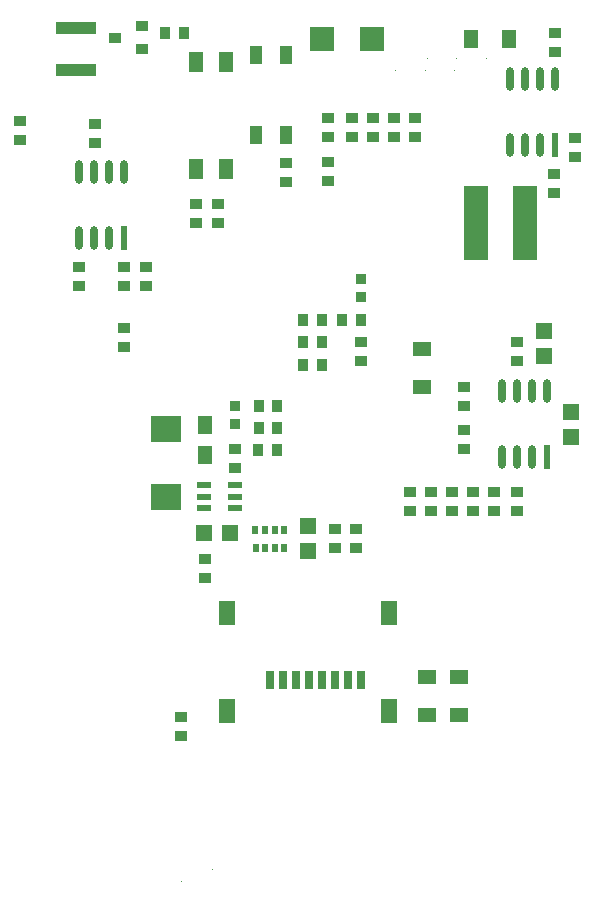
<source format=gbp>
%FSLAX44Y44*%
%MOMM*%
G71*
G01*
G75*
G04 Layer_Color=128*
%ADD10R,0.8000X1.5000*%
%ADD11R,1.5000X1.0000*%
%ADD12R,1.0160X0.8890*%
%ADD13R,0.3000X1.3500*%
%ADD14R,0.2500X1.3500*%
%ADD15R,3.0000X2.1000*%
%ADD16R,2.1000X0.8000*%
%ADD17R,2.1844X2.4130*%
%ADD18R,0.3000X1.1000*%
%ADD19R,0.8128X1.0668*%
%ADD20R,0.8000X1.6000*%
%ADD21R,2.1000X3.0000*%
%ADD22R,0.8000X2.1000*%
%ADD23R,1.2954X1.1938*%
%ADD24R,0.8890X1.0160*%
%ADD25R,0.7000X0.6000*%
%ADD26R,1.3970X1.3970*%
%ADD27C,0.6000*%
%ADD28C,0.2540*%
%ADD29C,0.5000*%
%ADD30C,1.0000*%
%ADD31C,0.0254*%
%ADD32C,0.0254*%
G04:AMPARAMS|DCode=33|XSize=4mm|YSize=4mm|CornerRadius=2mm|HoleSize=0mm|Usage=FLASHONLY|Rotation=0.000|XOffset=0mm|YOffset=0mm|HoleType=Round|Shape=RoundedRectangle|*
%AMROUNDEDRECTD33*
21,1,4.0000,0.0000,0,0,0.0*
21,1,0.0000,4.0000,0,0,0.0*
1,1,4.0000,0.0000,0.0000*
1,1,4.0000,0.0000,0.0000*
1,1,4.0000,0.0000,0.0000*
1,1,4.0000,0.0000,0.0000*
%
%ADD33ROUNDEDRECTD33*%
%ADD34C,0.4500*%
%ADD35R,0.8128X0.8128*%
%ADD36R,1.2700X0.5080*%
%ADD37R,0.5000X0.8000*%
%ADD38R,1.3970X1.3970*%
%ADD39R,0.8000X1.5000*%
%ADD40R,1.4500X2.0000*%
%ADD41R,0.6096X2.0320*%
%ADD42O,0.6096X2.0320*%
%ADD43R,1.2000X1.8000*%
%ADD44R,1.0000X1.6000*%
%ADD45R,2.0000X2.0000*%
%ADD46R,2.5000X2.2000*%
%ADD47R,1.2954X1.6002*%
%ADD48R,1.6000X1.2000*%
%ADD49R,1.0668X0.8128*%
%ADD50R,3.5000X1.0000*%
%ADD51R,1.2000X1.6000*%
%ADD52R,2.1500X6.3000*%
%ADD53C,0.8000*%
%ADD54C,0.1200*%
%ADD55C,0.1000*%
%ADD56C,0.1501*%
%ADD57C,0.1500*%
%ADD58C,0.1250*%
%ADD59C,0.2032*%
%ADD60R,1.0032X1.7032*%
%ADD61R,1.7032X1.2032*%
%ADD62R,1.2192X1.0922*%
%ADD63R,0.5032X1.5532*%
%ADD64R,0.4532X1.5532*%
%ADD65R,3.2032X2.3032*%
%ADD66R,2.3032X1.0032*%
%ADD67R,2.3876X2.6162*%
%ADD68R,0.5032X1.3032*%
%ADD69R,1.0160X1.2700*%
%ADD70R,1.0032X1.8032*%
%ADD71R,2.3032X3.2032*%
%ADD72R,1.0032X2.3032*%
%ADD73R,1.4986X1.3970*%
%ADD74R,1.0922X1.2192*%
%ADD75R,0.9032X0.8032*%
%ADD76R,1.6002X1.6002*%
%ADD77C,0.2286*%
G04:AMPARAMS|DCode=78|XSize=4.2032mm|YSize=4.2032mm|CornerRadius=2.1016mm|HoleSize=0mm|Usage=FLASHONLY|Rotation=0.000|XOffset=0mm|YOffset=0mm|HoleType=Round|Shape=RoundedRectangle|*
%AMROUNDEDRECTD78*
21,1,4.2032,0.0000,0,0,0.0*
21,1,0.0000,4.2032,0,0,0.0*
1,1,4.2032,0.0000,0.0000*
1,1,4.2032,0.0000,0.0000*
1,1,4.2032,0.0000,0.0000*
1,1,4.2032,0.0000,0.0000*
%
%ADD78ROUNDEDRECTD78*%
%ADD79C,0.6532*%
%ADD80R,1.0160X1.0160*%
%ADD81R,1.4732X0.7112*%
%ADD82R,0.7032X1.0032*%
%ADD83R,1.6002X1.6002*%
%ADD84R,1.0032X1.7032*%
%ADD85R,1.6532X2.2032*%
%ADD86R,0.8128X2.2352*%
%ADD87O,0.8128X2.2352*%
%ADD88R,1.4032X2.0032*%
%ADD89R,1.2032X1.8032*%
%ADD90R,2.2032X2.2032*%
%ADD91R,2.7032X2.4032*%
%ADD92R,1.4986X1.8034*%
%ADD93R,1.8032X1.4032*%
%ADD94R,1.2700X1.0160*%
%ADD95R,3.7032X1.2032*%
%ADD96R,1.4032X1.8032*%
%ADD97R,2.3532X6.5032*%
D12*
X-183810Y588391D02*
D03*
Y572389D02*
D03*
X-8890Y676021D02*
D03*
Y660019D02*
D03*
X-66040Y625729D02*
D03*
Y641731D02*
D03*
X54610Y524971D02*
D03*
Y508969D02*
D03*
X26670Y677291D02*
D03*
Y661289D02*
D03*
X-77470Y324739D02*
D03*
Y340741D02*
D03*
X-51770Y434021D02*
D03*
Y418019D02*
D03*
X132080Y381889D02*
D03*
Y397891D02*
D03*
X149860Y381889D02*
D03*
Y397891D02*
D03*
X167640Y381889D02*
D03*
Y397891D02*
D03*
X142240Y433959D02*
D03*
Y449961D02*
D03*
X26670Y714121D02*
D03*
Y698119D02*
D03*
X46990Y714121D02*
D03*
Y698119D02*
D03*
X218440Y651129D02*
D03*
Y667131D02*
D03*
X236220Y681609D02*
D03*
Y697611D02*
D03*
X218780Y786511D02*
D03*
Y770509D02*
D03*
X-233680Y695579D02*
D03*
Y711581D02*
D03*
X-97790Y191389D02*
D03*
Y207391D02*
D03*
X64770Y714121D02*
D03*
Y698119D02*
D03*
X100330Y714121D02*
D03*
Y698119D02*
D03*
X82550Y714121D02*
D03*
Y698119D02*
D03*
X33020Y350139D02*
D03*
Y366141D02*
D03*
X50800Y350139D02*
D03*
Y366141D02*
D03*
X-127000Y588391D02*
D03*
Y572389D02*
D03*
X-146050D02*
D03*
Y588391D02*
D03*
X186690Y381889D02*
D03*
Y397891D02*
D03*
Y524891D02*
D03*
Y508889D02*
D03*
X114300Y381889D02*
D03*
Y397891D02*
D03*
X96520Y397730D02*
D03*
Y381728D02*
D03*
X142240Y486791D02*
D03*
Y470789D02*
D03*
X-84470Y641731D02*
D03*
Y625729D02*
D03*
X-170180Y693039D02*
D03*
Y709041D02*
D03*
X-146050Y536321D02*
D03*
Y520319D02*
D03*
D24*
X21971Y543640D02*
D03*
X5969D02*
D03*
X38989D02*
D03*
X54991D02*
D03*
X5969Y505540D02*
D03*
X21971D02*
D03*
X-110871Y785940D02*
D03*
X-94869D02*
D03*
X21971Y524590D02*
D03*
X5969D02*
D03*
X-15829Y451420D02*
D03*
X-31831D02*
D03*
X-16129Y433070D02*
D03*
X-32131D02*
D03*
X-15829Y470470D02*
D03*
X-31831D02*
D03*
D26*
X-77756Y363220D02*
D03*
X-56166D02*
D03*
D31*
X-71250Y78600D02*
X-71243D01*
X-97750Y68000D02*
X-97743D01*
X160473Y765320D02*
X160480D01*
X133973Y754720D02*
X133980D01*
X135473Y765320D02*
X135480D01*
X110473D02*
X110480D01*
X83973Y754720D02*
X83980D01*
X108973D02*
X108980D01*
X135473Y765320D02*
X135480D01*
D35*
X54990Y577850D02*
D03*
Y562610D02*
D03*
X-51770Y455230D02*
D03*
Y470470D02*
D03*
D36*
Y384200D02*
D03*
Y393700D02*
D03*
Y403200D02*
D03*
X-77770D02*
D03*
Y393700D02*
D03*
Y384200D02*
D03*
D37*
X-34193Y350490D02*
D03*
X-34637Y365520D02*
D03*
X-26290Y350520D02*
D03*
Y365520D02*
D03*
X-18290Y350520D02*
D03*
Y365520D02*
D03*
X-10290Y350520D02*
D03*
Y365520D02*
D03*
D38*
X10160Y368935D02*
D03*
Y347345D02*
D03*
X209550Y512445D02*
D03*
Y534035D02*
D03*
X232410Y465455D02*
D03*
Y443865D02*
D03*
D39*
X-22010Y238090D02*
D03*
X-11010D02*
D03*
X-10D02*
D03*
X10990D02*
D03*
X21990D02*
D03*
X32990D02*
D03*
X43990D02*
D03*
X54990D02*
D03*
D40*
X-58760Y295090D02*
D03*
Y212090D02*
D03*
X78740Y295090D02*
D03*
Y212090D02*
D03*
D41*
X212430Y426860D02*
D03*
X218780Y691020D02*
D03*
X-145709Y612280D02*
D03*
D42*
X199730Y426860D02*
D03*
X187031D02*
D03*
X174331D02*
D03*
Y482740D02*
D03*
X187031D02*
D03*
X199730D02*
D03*
X212430D02*
D03*
X206080Y691020D02*
D03*
X193381D02*
D03*
X180681D02*
D03*
Y746900D02*
D03*
X193381D02*
D03*
X206080D02*
D03*
X218780D02*
D03*
X-158410Y612280D02*
D03*
X-171110D02*
D03*
X-183810D02*
D03*
Y668160D02*
D03*
X-171110D02*
D03*
X-158410D02*
D03*
X-145709D02*
D03*
D43*
X-84470Y761340D02*
D03*
X-59070D02*
D03*
Y671340D02*
D03*
X-84470D02*
D03*
D44*
X-8890Y768060D02*
D03*
X-34290D02*
D03*
Y700060D02*
D03*
X-8890D02*
D03*
D45*
X64180Y781050D02*
D03*
X22180D02*
D03*
D46*
X-110490Y450700D02*
D03*
Y393700D02*
D03*
D47*
X-77470Y454660D02*
D03*
Y429260D02*
D03*
D48*
X137730Y208790D02*
D03*
Y240790D02*
D03*
X110490Y208790D02*
D03*
Y240790D02*
D03*
X106680Y518920D02*
D03*
Y486920D02*
D03*
D49*
X-153632Y782371D02*
D03*
X-130696Y772833D02*
D03*
Y791908D02*
D03*
D50*
X-186690Y790639D02*
D03*
Y754639D02*
D03*
D51*
X147830Y781050D02*
D03*
X179830D02*
D03*
D52*
X193470Y625729D02*
D03*
X151970D02*
D03*
M02*

</source>
